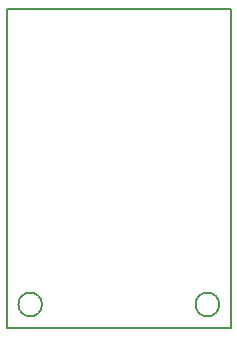
<source format=gbr>
G04 #@! TF.GenerationSoftware,KiCad,Pcbnew,5.0.2-bee76a0~70~ubuntu18.04.1*
G04 #@! TF.CreationDate,2019-07-09T19:20:48+02:00*
G04 #@! TF.ProjectId,flash_adapter,666c6173-685f-4616-9461-707465722e6b,rev?*
G04 #@! TF.SameCoordinates,Original*
G04 #@! TF.FileFunction,Profile,NP*
%FSLAX46Y46*%
G04 Gerber Fmt 4.6, Leading zero omitted, Abs format (unit mm)*
G04 Created by KiCad (PCBNEW 5.0.2-bee76a0~70~ubuntu18.04.1) date Di 09 Jul 2019 19:20:48 CEST*
%MOMM*%
%LPD*%
G01*
G04 APERTURE LIST*
%ADD10C,0.150000*%
G04 APERTURE END LIST*
D10*
X3000000Y-25000000D02*
G75*
G03X3000000Y-25000000I-1000000J0D01*
G01*
X18000000Y-25000000D02*
G75*
G03X18000000Y-25000000I-1000000J0D01*
G01*
X0Y-27000000D02*
X0Y0D01*
X19000000Y-27000000D02*
X0Y-27000000D01*
X19000000Y0D02*
X19000000Y-27000000D01*
X0Y0D02*
X19000000Y0D01*
M02*

</source>
